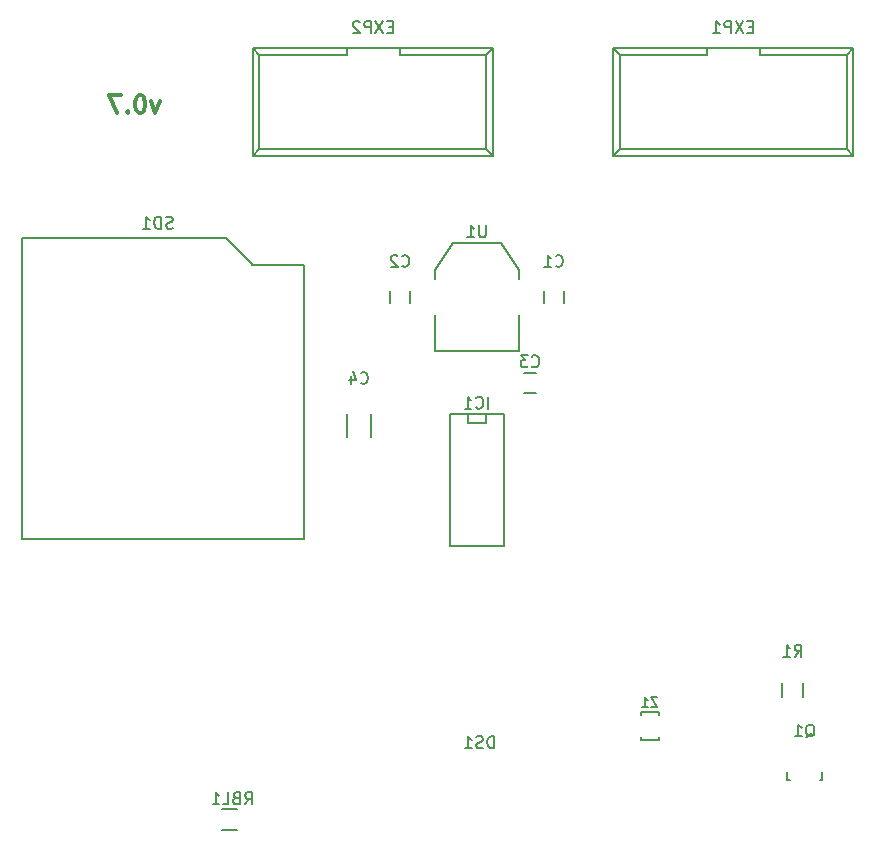
<source format=gbo>
G04 #@! TF.GenerationSoftware,KiCad,Pcbnew,(2016-12-15 revision b13c7e4)-master*
G04 #@! TF.CreationDate,2017-03-13T07:50:40-06:00*
G04 #@! TF.ProjectId,GLCD,474C43442E6B696361645F7063620000,0.7*
G04 #@! TF.FileFunction,Legend,Bot*
G04 #@! TF.FilePolarity,Positive*
%FSLAX46Y46*%
G04 Gerber Fmt 4.6, Leading zero omitted, Abs format (unit mm)*
G04 Created by KiCad (PCBNEW (2016-12-15 revision b13c7e4)-master) date Mon Mar 13 07:50:40 2017*
%MOMM*%
%LPD*%
G01*
G04 APERTURE LIST*
%ADD10C,0.100000*%
%ADD11C,0.300000*%
%ADD12C,0.150000*%
%ADD13C,0.203200*%
G04 APERTURE END LIST*
D10*
D11*
X110142857Y-63678571D02*
X109785714Y-64678571D01*
X109428571Y-63678571D01*
X108571428Y-63178571D02*
X108428571Y-63178571D01*
X108285714Y-63250000D01*
X108214285Y-63321428D01*
X108142857Y-63464285D01*
X108071428Y-63750000D01*
X108071428Y-64107142D01*
X108142857Y-64392857D01*
X108214285Y-64535714D01*
X108285714Y-64607142D01*
X108428571Y-64678571D01*
X108571428Y-64678571D01*
X108714285Y-64607142D01*
X108785714Y-64535714D01*
X108857142Y-64392857D01*
X108928571Y-64107142D01*
X108928571Y-63750000D01*
X108857142Y-63464285D01*
X108785714Y-63321428D01*
X108714285Y-63250000D01*
X108571428Y-63178571D01*
X107428571Y-64535714D02*
X107357142Y-64607142D01*
X107428571Y-64678571D01*
X107500000Y-64607142D01*
X107428571Y-64535714D01*
X107428571Y-64678571D01*
X106857142Y-63178571D02*
X105857142Y-63178571D01*
X106500000Y-64678571D01*
D12*
X150888000Y-115386000D02*
X152388000Y-115386000D01*
X152388000Y-117786000D02*
X150888000Y-117786000D01*
X150888000Y-115386000D02*
X150888000Y-115636000D01*
X152388000Y-115386000D02*
X152388000Y-115636000D01*
X150888000Y-117786000D02*
X150888000Y-117536000D01*
X152388000Y-117786000D02*
X152388000Y-117536000D01*
D13*
X122349000Y-77509800D02*
X118005600Y-77509800D01*
X98498400Y-100750800D02*
X122349000Y-100750800D01*
X122349000Y-100750800D02*
X122349000Y-77509800D01*
X118000520Y-77499640D02*
X115750080Y-75249200D01*
X115750080Y-75249200D02*
X98500940Y-75249200D01*
X98500940Y-75249200D02*
X98500940Y-100750800D01*
D12*
X140556000Y-81774000D02*
X140556000Y-84822000D01*
X140556000Y-84822000D02*
X133444000Y-84822000D01*
X133444000Y-84822000D02*
X133444000Y-81774000D01*
X140556000Y-78726000D02*
X140556000Y-77964000D01*
X140556000Y-77964000D02*
X139032000Y-75678000D01*
X139032000Y-75678000D02*
X134968000Y-75678000D01*
X134968000Y-75678000D02*
X133444000Y-77964000D01*
X133444000Y-77964000D02*
X133444000Y-78726000D01*
X136238000Y-90162000D02*
X136238000Y-90924000D01*
X136238000Y-90924000D02*
X137762000Y-90924000D01*
X137762000Y-90924000D02*
X137762000Y-90162000D01*
X134714000Y-101338000D02*
X139286000Y-101338000D01*
X139286000Y-101338000D02*
X139286000Y-90162000D01*
X139286000Y-90162000D02*
X134714000Y-90162000D01*
X134714000Y-90162000D02*
X134714000Y-101338000D01*
X142650000Y-80750000D02*
X142650000Y-79750000D01*
X144350000Y-79750000D02*
X144350000Y-80750000D01*
X129650000Y-80750000D02*
X129650000Y-79750000D01*
X131350000Y-79750000D02*
X131350000Y-80750000D01*
X142000000Y-88350000D02*
X141000000Y-88350000D01*
X141000000Y-86650000D02*
X142000000Y-86650000D01*
X164625000Y-114100000D02*
X164625000Y-112900000D01*
X162875000Y-112900000D02*
X162875000Y-114100000D01*
X125975000Y-92150000D02*
X125975000Y-90150000D01*
X128025000Y-90150000D02*
X128025000Y-92150000D01*
X163250180Y-120449200D02*
X163250180Y-121150240D01*
X163250180Y-121150240D02*
X163499100Y-121150240D01*
X166049160Y-121150240D02*
X166249820Y-121150240D01*
X166249820Y-121150240D02*
X166249820Y-120449200D01*
X118060000Y-68280000D02*
X138380000Y-68280000D01*
X118600000Y-67730000D02*
X137820000Y-67730000D01*
X118060000Y-59180000D02*
X138380000Y-59180000D01*
X118600000Y-59730000D02*
X125970000Y-59730000D01*
X130470000Y-59730000D02*
X137820000Y-59730000D01*
X125970000Y-59730000D02*
X125970000Y-59180000D01*
X130470000Y-59730000D02*
X130470000Y-59180000D01*
X118060000Y-68280000D02*
X118060000Y-59180000D01*
X118600000Y-67730000D02*
X118600000Y-59730000D01*
X138380000Y-68280000D02*
X138380000Y-59180000D01*
X137820000Y-67730000D02*
X137820000Y-59730000D01*
X118060000Y-68280000D02*
X118600000Y-67730000D01*
X138380000Y-68280000D02*
X137820000Y-67730000D01*
X118060000Y-59180000D02*
X118600000Y-59730000D01*
X138380000Y-59180000D02*
X137820000Y-59730000D01*
X115467840Y-125370560D02*
X116667840Y-125370560D01*
X116667840Y-123620560D02*
X115467840Y-123620560D01*
X148560000Y-68280000D02*
X168880000Y-68280000D01*
X149100000Y-67730000D02*
X168320000Y-67730000D01*
X148560000Y-59180000D02*
X168880000Y-59180000D01*
X149100000Y-59730000D02*
X156470000Y-59730000D01*
X160970000Y-59730000D02*
X168320000Y-59730000D01*
X156470000Y-59730000D02*
X156470000Y-59180000D01*
X160970000Y-59730000D02*
X160970000Y-59180000D01*
X148560000Y-68280000D02*
X148560000Y-59180000D01*
X149100000Y-67730000D02*
X149100000Y-59730000D01*
X168880000Y-68280000D02*
X168880000Y-59180000D01*
X168320000Y-67730000D02*
X168320000Y-59730000D01*
X148560000Y-68280000D02*
X149100000Y-67730000D01*
X168880000Y-68280000D02*
X168320000Y-67730000D01*
X148560000Y-59180000D02*
X149100000Y-59730000D01*
X168880000Y-59180000D02*
X168320000Y-59730000D01*
X152285619Y-114147904D02*
X151752285Y-114147904D01*
X152285619Y-114947904D01*
X151752285Y-114947904D01*
X151028476Y-114947904D02*
X151485619Y-114947904D01*
X151257047Y-114947904D02*
X151257047Y-114147904D01*
X151333238Y-114262190D01*
X151409428Y-114338380D01*
X151485619Y-114376476D01*
D13*
X111282095Y-74411238D02*
X111136952Y-74459619D01*
X110895047Y-74459619D01*
X110798285Y-74411238D01*
X110749904Y-74362857D01*
X110701523Y-74266095D01*
X110701523Y-74169333D01*
X110749904Y-74072571D01*
X110798285Y-74024190D01*
X110895047Y-73975809D01*
X111088571Y-73927428D01*
X111185333Y-73879047D01*
X111233714Y-73830666D01*
X111282095Y-73733904D01*
X111282095Y-73637142D01*
X111233714Y-73540380D01*
X111185333Y-73492000D01*
X111088571Y-73443619D01*
X110846666Y-73443619D01*
X110701523Y-73492000D01*
X110266095Y-74459619D02*
X110266095Y-73443619D01*
X110024190Y-73443619D01*
X109879047Y-73492000D01*
X109782285Y-73588761D01*
X109733904Y-73685523D01*
X109685523Y-73879047D01*
X109685523Y-74024190D01*
X109733904Y-74217714D01*
X109782285Y-74314476D01*
X109879047Y-74411238D01*
X110024190Y-74459619D01*
X110266095Y-74459619D01*
X108717904Y-74459619D02*
X109298476Y-74459619D01*
X109008190Y-74459619D02*
X109008190Y-73443619D01*
X109104952Y-73588761D01*
X109201714Y-73685523D01*
X109298476Y-73733904D01*
D12*
X137761904Y-74202380D02*
X137761904Y-75011904D01*
X137714285Y-75107142D01*
X137666666Y-75154761D01*
X137571428Y-75202380D01*
X137380952Y-75202380D01*
X137285714Y-75154761D01*
X137238095Y-75107142D01*
X137190476Y-75011904D01*
X137190476Y-74202380D01*
X136190476Y-75202380D02*
X136761904Y-75202380D01*
X136476190Y-75202380D02*
X136476190Y-74202380D01*
X136571428Y-74345238D01*
X136666666Y-74440476D01*
X136761904Y-74488095D01*
X137976190Y-89702380D02*
X137976190Y-88702380D01*
X136928571Y-89607142D02*
X136976190Y-89654761D01*
X137119047Y-89702380D01*
X137214285Y-89702380D01*
X137357142Y-89654761D01*
X137452380Y-89559523D01*
X137500000Y-89464285D01*
X137547619Y-89273809D01*
X137547619Y-89130952D01*
X137500000Y-88940476D01*
X137452380Y-88845238D01*
X137357142Y-88750000D01*
X137214285Y-88702380D01*
X137119047Y-88702380D01*
X136976190Y-88750000D01*
X136928571Y-88797619D01*
X135976190Y-89702380D02*
X136547619Y-89702380D01*
X136261904Y-89702380D02*
X136261904Y-88702380D01*
X136357142Y-88845238D01*
X136452380Y-88940476D01*
X136547619Y-88988095D01*
X143666666Y-77607142D02*
X143714285Y-77654761D01*
X143857142Y-77702380D01*
X143952380Y-77702380D01*
X144095238Y-77654761D01*
X144190476Y-77559523D01*
X144238095Y-77464285D01*
X144285714Y-77273809D01*
X144285714Y-77130952D01*
X144238095Y-76940476D01*
X144190476Y-76845238D01*
X144095238Y-76750000D01*
X143952380Y-76702380D01*
X143857142Y-76702380D01*
X143714285Y-76750000D01*
X143666666Y-76797619D01*
X142714285Y-77702380D02*
X143285714Y-77702380D01*
X143000000Y-77702380D02*
X143000000Y-76702380D01*
X143095238Y-76845238D01*
X143190476Y-76940476D01*
X143285714Y-76988095D01*
X130666666Y-77607142D02*
X130714285Y-77654761D01*
X130857142Y-77702380D01*
X130952380Y-77702380D01*
X131095238Y-77654761D01*
X131190476Y-77559523D01*
X131238095Y-77464285D01*
X131285714Y-77273809D01*
X131285714Y-77130952D01*
X131238095Y-76940476D01*
X131190476Y-76845238D01*
X131095238Y-76750000D01*
X130952380Y-76702380D01*
X130857142Y-76702380D01*
X130714285Y-76750000D01*
X130666666Y-76797619D01*
X130285714Y-76797619D02*
X130238095Y-76750000D01*
X130142857Y-76702380D01*
X129904761Y-76702380D01*
X129809523Y-76750000D01*
X129761904Y-76797619D01*
X129714285Y-76892857D01*
X129714285Y-76988095D01*
X129761904Y-77130952D01*
X130333333Y-77702380D01*
X129714285Y-77702380D01*
X141666666Y-86107142D02*
X141714285Y-86154761D01*
X141857142Y-86202380D01*
X141952380Y-86202380D01*
X142095238Y-86154761D01*
X142190476Y-86059523D01*
X142238095Y-85964285D01*
X142285714Y-85773809D01*
X142285714Y-85630952D01*
X142238095Y-85440476D01*
X142190476Y-85345238D01*
X142095238Y-85250000D01*
X141952380Y-85202380D01*
X141857142Y-85202380D01*
X141714285Y-85250000D01*
X141666666Y-85297619D01*
X141333333Y-85202380D02*
X140714285Y-85202380D01*
X141047619Y-85583333D01*
X140904761Y-85583333D01*
X140809523Y-85630952D01*
X140761904Y-85678571D01*
X140714285Y-85773809D01*
X140714285Y-86011904D01*
X140761904Y-86107142D01*
X140809523Y-86154761D01*
X140904761Y-86202380D01*
X141190476Y-86202380D01*
X141285714Y-86154761D01*
X141333333Y-86107142D01*
X163916666Y-110702380D02*
X164250000Y-110226190D01*
X164488095Y-110702380D02*
X164488095Y-109702380D01*
X164107142Y-109702380D01*
X164011904Y-109750000D01*
X163964285Y-109797619D01*
X163916666Y-109892857D01*
X163916666Y-110035714D01*
X163964285Y-110130952D01*
X164011904Y-110178571D01*
X164107142Y-110226190D01*
X164488095Y-110226190D01*
X162964285Y-110702380D02*
X163535714Y-110702380D01*
X163250000Y-110702380D02*
X163250000Y-109702380D01*
X163345238Y-109845238D01*
X163440476Y-109940476D01*
X163535714Y-109988095D01*
X127166666Y-87507142D02*
X127214285Y-87554761D01*
X127357142Y-87602380D01*
X127452380Y-87602380D01*
X127595238Y-87554761D01*
X127690476Y-87459523D01*
X127738095Y-87364285D01*
X127785714Y-87173809D01*
X127785714Y-87030952D01*
X127738095Y-86840476D01*
X127690476Y-86745238D01*
X127595238Y-86650000D01*
X127452380Y-86602380D01*
X127357142Y-86602380D01*
X127214285Y-86650000D01*
X127166666Y-86697619D01*
X126309523Y-86935714D02*
X126309523Y-87602380D01*
X126547619Y-86554761D02*
X126785714Y-87269047D01*
X126166666Y-87269047D01*
X164845238Y-117547619D02*
X164940476Y-117500000D01*
X165035714Y-117404761D01*
X165178571Y-117261904D01*
X165273809Y-117214285D01*
X165369047Y-117214285D01*
X165321428Y-117452380D02*
X165416666Y-117404761D01*
X165511904Y-117309523D01*
X165559523Y-117119047D01*
X165559523Y-116785714D01*
X165511904Y-116595238D01*
X165416666Y-116500000D01*
X165321428Y-116452380D01*
X165130952Y-116452380D01*
X165035714Y-116500000D01*
X164940476Y-116595238D01*
X164892857Y-116785714D01*
X164892857Y-117119047D01*
X164940476Y-117309523D01*
X165035714Y-117404761D01*
X165130952Y-117452380D01*
X165321428Y-117452380D01*
X163940476Y-117452380D02*
X164511904Y-117452380D01*
X164226190Y-117452380D02*
X164226190Y-116452380D01*
X164321428Y-116595238D01*
X164416666Y-116690476D01*
X164511904Y-116738095D01*
X138464285Y-118452380D02*
X138464285Y-117452380D01*
X138226190Y-117452380D01*
X138083333Y-117500000D01*
X137988095Y-117595238D01*
X137940476Y-117690476D01*
X137892857Y-117880952D01*
X137892857Y-118023809D01*
X137940476Y-118214285D01*
X137988095Y-118309523D01*
X138083333Y-118404761D01*
X138226190Y-118452380D01*
X138464285Y-118452380D01*
X137511904Y-118404761D02*
X137369047Y-118452380D01*
X137130952Y-118452380D01*
X137035714Y-118404761D01*
X136988095Y-118357142D01*
X136940476Y-118261904D01*
X136940476Y-118166666D01*
X136988095Y-118071428D01*
X137035714Y-118023809D01*
X137130952Y-117976190D01*
X137321428Y-117928571D01*
X137416666Y-117880952D01*
X137464285Y-117833333D01*
X137511904Y-117738095D01*
X137511904Y-117642857D01*
X137464285Y-117547619D01*
X137416666Y-117500000D01*
X137321428Y-117452380D01*
X137083333Y-117452380D01*
X136940476Y-117500000D01*
X135988095Y-118452380D02*
X136559523Y-118452380D01*
X136273809Y-118452380D02*
X136273809Y-117452380D01*
X136369047Y-117595238D01*
X136464285Y-117690476D01*
X136559523Y-117738095D01*
X129886666Y-57388571D02*
X129553333Y-57388571D01*
X129410476Y-57912380D02*
X129886666Y-57912380D01*
X129886666Y-56912380D01*
X129410476Y-56912380D01*
X129077142Y-56912380D02*
X128410476Y-57912380D01*
X128410476Y-56912380D02*
X129077142Y-57912380D01*
X128029523Y-57912380D02*
X128029523Y-56912380D01*
X127648571Y-56912380D01*
X127553333Y-56960000D01*
X127505714Y-57007619D01*
X127458095Y-57102857D01*
X127458095Y-57245714D01*
X127505714Y-57340952D01*
X127553333Y-57388571D01*
X127648571Y-57436190D01*
X128029523Y-57436190D01*
X127077142Y-57007619D02*
X127029523Y-56960000D01*
X126934285Y-56912380D01*
X126696190Y-56912380D01*
X126600952Y-56960000D01*
X126553333Y-57007619D01*
X126505714Y-57102857D01*
X126505714Y-57198095D01*
X126553333Y-57340952D01*
X127124761Y-57912380D01*
X126505714Y-57912380D01*
X117389268Y-123197940D02*
X117722601Y-122721750D01*
X117960697Y-123197940D02*
X117960697Y-122197940D01*
X117579744Y-122197940D01*
X117484506Y-122245560D01*
X117436887Y-122293179D01*
X117389268Y-122388417D01*
X117389268Y-122531274D01*
X117436887Y-122626512D01*
X117484506Y-122674131D01*
X117579744Y-122721750D01*
X117960697Y-122721750D01*
X116627363Y-122674131D02*
X116484506Y-122721750D01*
X116436887Y-122769369D01*
X116389268Y-122864607D01*
X116389268Y-123007464D01*
X116436887Y-123102702D01*
X116484506Y-123150321D01*
X116579744Y-123197940D01*
X116960697Y-123197940D01*
X116960697Y-122197940D01*
X116627363Y-122197940D01*
X116532125Y-122245560D01*
X116484506Y-122293179D01*
X116436887Y-122388417D01*
X116436887Y-122483655D01*
X116484506Y-122578893D01*
X116532125Y-122626512D01*
X116627363Y-122674131D01*
X116960697Y-122674131D01*
X115484506Y-123197940D02*
X115960697Y-123197940D01*
X115960697Y-122197940D01*
X114627363Y-123197940D02*
X115198792Y-123197940D01*
X114913078Y-123197940D02*
X114913078Y-122197940D01*
X115008316Y-122340798D01*
X115103554Y-122436036D01*
X115198792Y-122483655D01*
X160386666Y-57388571D02*
X160053333Y-57388571D01*
X159910476Y-57912380D02*
X160386666Y-57912380D01*
X160386666Y-56912380D01*
X159910476Y-56912380D01*
X159577142Y-56912380D02*
X158910476Y-57912380D01*
X158910476Y-56912380D02*
X159577142Y-57912380D01*
X158529523Y-57912380D02*
X158529523Y-56912380D01*
X158148571Y-56912380D01*
X158053333Y-56960000D01*
X158005714Y-57007619D01*
X157958095Y-57102857D01*
X157958095Y-57245714D01*
X158005714Y-57340952D01*
X158053333Y-57388571D01*
X158148571Y-57436190D01*
X158529523Y-57436190D01*
X157005714Y-57912380D02*
X157577142Y-57912380D01*
X157291428Y-57912380D02*
X157291428Y-56912380D01*
X157386666Y-57055238D01*
X157481904Y-57150476D01*
X157577142Y-57198095D01*
M02*

</source>
